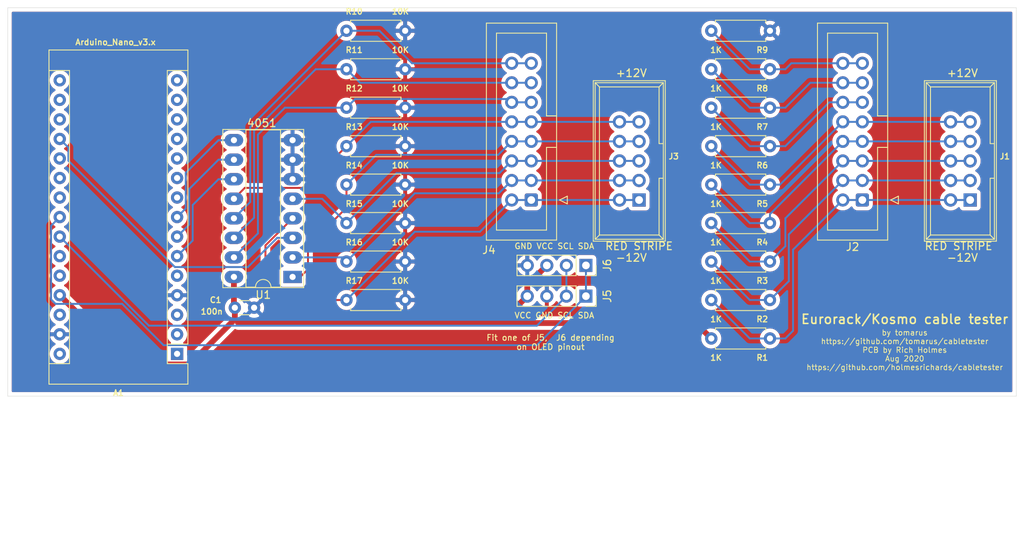
<source format=kicad_pcb>
(kicad_pcb (version 20171130) (host pcbnew 5.1.6-c6e7f7d~86~ubuntu18.04.1)
  (layers (0 F.Cu signal) (31 B.Cu signal) (34 B.Paste user) (35 F.Paste user) (36 B.SilkS user) (37 F.SilkS user) (38 B.Mask user) (39 F.Mask user) (44 Edge.Cuts user))
  (net 0 "")
  (net 1 "Net-(A1-Pad1)")
  (net 2 "Net-(A1-Pad17)")
  (net 3 "Net-(A1-Pad2)")
  (net 4 "Net-(A1-Pad18)")
  (net 5 "Net-(A1-Pad3)")
  (net 6 "Net-(A1-Pad19)")
  (net 7 GND)
  (net 8 "Net-(A1-Pad20)")
  (net 9 "Net-(A1-Pad5)")
  (net 10 "Net-(A1-Pad21)")
  (net 11 "Net-(A1-Pad22)")
  (net 12 A4)
  (net 13 A5)
  (net 14 "Net-(A1-Pad9)")
  (net 15 "Net-(A1-Pad25)")
  (net 16 "Net-(A1-Pad10)")
  (net 17 "Net-(A1-Pad26)")
  (net 18 "Net-(A1-Pad11)")
  (net 19 +5V)
  (net 20 "Net-(A1-Pad12)")
  (net 21 "Net-(A1-Pad28)")
  (net 22 "Net-(A1-Pad13)")
  (net 23 "Net-(A1-Pad14)")
  (net 24 "Net-(A1-Pad30)")
  (net 25 "Net-(A1-Pad15)")
  (net 26 "Net-(A1-Pad16)")
  (net 27 "Net-(J1-Pad10)")
  (net 28 "Net-(J1-Pad7)")
  (net 29 "Net-(J1-Pad5)")
  (net 30 "Net-(J1-Pad3)")
  (net 31 "Net-(J1-Pad1)")
  (net 32 "Net-(J2-Pad15)")
  (net 33 "Net-(J2-Pad13)")
  (net 34 "Net-(J2-Pad11)")
  (net 35 "Net-(J3-Pad10)")
  (net 36 "Net-(J3-Pad7)")
  (net 37 "Net-(J3-Pad5)")
  (net 38 "Net-(J3-Pad3)")
  (net 39 "Net-(J3-Pad1)")
  (net 40 "Net-(J4-Pad15)")
  (net 41 "Net-(J4-Pad13)")
  (net 42 "Net-(J4-Pad11)")
  (net 43 S0)
  (net 44 S1)
  (net 45 S2)
  (module Connector_PinSocket_2.54mm:PinSocket_1x04_P2.54mm_Vertical (layer F.Cu) (at 137.1 67.5 270)
    (fp_text reference J6 (at 0 -2.77 90) (layer F.SilkS))
    (fp_text value OLED)
    (pad 4 thru_hole oval (at 0 7.62 270) (size 1.7 1.7) (drill 1) (layers *.Cu *.Mask) (net 7 GND))
    (pad 3 thru_hole oval (at 0 5.08 270) (size 1.7 1.7) (drill 1) (layers *.Cu *.Mask) (net 19 +5V))
    (pad 2 thru_hole oval (at 0 2.54 270) (size 1.7 1.7) (drill 1) (layers *.Cu *.Mask) (net 13 A5))
    (pad 1 thru_hole rect (at 0 0 270) (size 1.7 1.7) (drill 1) (layers *.Cu *.Mask) (net 12 A4))
  )
  (module ao_tht:DIP-16_W7.62mm_Socket_LongPads (layer F.Cu) (at 99 69 180)
    (fp_text reference U1 (at 3.81 -2.33) (layer F.SilkS))
    (fp_text value 4051)
    (fp_text user %V (at 4 20) (layer F.SilkS))
    (pad 16 thru_hole oval (at 7.62 0 180) (size 2.4 1.6) (drill 0.8) (layers *.Cu *.Mask) (net 19 +5V))
    (pad 8 thru_hole oval (at 0 17.78 180) (size 2.4 1.6) (drill 0.8) (layers *.Cu *.Mask) (net 7 GND))
    (pad 15 thru_hole oval (at 7.62 2.54 180) (size 2.4 1.6) (drill 0.8) (layers *.Cu *.Mask) (net 42 "Net-(J4-Pad11)"))
    (pad 7 thru_hole oval (at 0 15.24 180) (size 2.4 1.6) (drill 0.8) (layers *.Cu *.Mask) (net 7 GND))
    (pad 14 thru_hole oval (at 7.62 5.08 180) (size 2.4 1.6) (drill 0.8) (layers *.Cu *.Mask) (net 41 "Net-(J4-Pad13)"))
    (pad 6 thru_hole oval (at 0 12.7 180) (size 2.4 1.6) (drill 0.8) (layers *.Cu *.Mask) (net 7 GND))
    (pad 13 thru_hole oval (at 7.62 7.62 180) (size 2.4 1.6) (drill 0.8) (layers *.Cu *.Mask) (net 40 "Net-(J4-Pad15)"))
    (pad 5 thru_hole oval (at 0 10.16 180) (size 2.4 1.6) (drill 0.8) (layers *.Cu *.Mask) (net 37 "Net-(J3-Pad5)"))
    (pad 12 thru_hole oval (at 7.62 10.16 180) (size 2.4 1.6) (drill 0.8) (layers *.Cu *.Mask) (net 35 "Net-(J3-Pad10)"))
    (pad 4 thru_hole oval (at 0 7.62 180) (size 2.4 1.6) (drill 0.8) (layers *.Cu *.Mask) (net 39 "Net-(J3-Pad1)"))
    (pad 11 thru_hole oval (at 7.62 12.7 180) (size 2.4 1.6) (drill 0.8) (layers *.Cu *.Mask) (net 43 S0))
    (pad 3 thru_hole oval (at 0 5.08 180) (size 2.4 1.6) (drill 0.8) (layers *.Cu *.Mask) (net 6 "Net-(A1-Pad19)"))
    (pad 10 thru_hole oval (at 7.62 15.24 180) (size 2.4 1.6) (drill 0.8) (layers *.Cu *.Mask) (net 44 S1))
    (pad 2 thru_hole oval (at 0 2.54 180) (size 2.4 1.6) (drill 0.8) (layers *.Cu *.Mask) (net 38 "Net-(J3-Pad3)"))
    (pad 9 thru_hole oval (at 7.62 17.78 180) (size 2.4 1.6) (drill 0.8) (layers *.Cu *.Mask) (net 45 S2))
    (pad 1 thru_hole rect (at 0 0 180) (size 2.4 1.6) (drill 0.8) (layers *.Cu *.Mask) (net 36 "Net-(J3-Pad7)"))
  )
  (module ao_tht:R_Axial_DIN0207_L6.3mm_D2.5mm_P7.62mm_Horizontal (layer F.Cu) (at 106 72)
    (fp_text reference R17 (at 1 -2.5) (layer F.SilkS) (effects (font (size 0.75 0.75))))
    (fp_text value 10K (at 7 -2.5) (layer F.SilkS) (effects (font (size 0.75 0.75))))
    (pad 2 thru_hole oval (at 7.62 0) (size 1.6 1.6) (drill 0.8) (layers *.Cu *.Mask) (net 7 GND))
    (pad 1 thru_hole circle (at 0 0) (size 1.6 1.6) (drill 0.8) (layers *.Cu *.Mask) (net 39 "Net-(J3-Pad1)"))
  )
  (module ao_tht:R_Axial_DIN0207_L6.3mm_D2.5mm_P7.62mm_Horizontal (layer F.Cu) (at 106 67)
    (fp_text reference R16 (at 1 -2.5) (layer F.SilkS) (effects (font (size 0.75 0.75))))
    (fp_text value 10K (at 7 -2.5) (layer F.SilkS) (effects (font (size 0.75 0.75))))
    (pad 2 thru_hole oval (at 7.62 0) (size 1.6 1.6) (drill 0.8) (layers *.Cu *.Mask) (net 7 GND))
    (pad 1 thru_hole circle (at 0 0) (size 1.6 1.6) (drill 0.8) (layers *.Cu *.Mask) (net 38 "Net-(J3-Pad3)"))
  )
  (module ao_tht:R_Axial_DIN0207_L6.3mm_D2.5mm_P7.62mm_Horizontal (layer F.Cu) (at 106 62)
    (fp_text reference R15 (at 1 -2.5) (layer F.SilkS) (effects (font (size 0.75 0.75))))
    (fp_text value 10K (at 7 -2.5) (layer F.SilkS) (effects (font (size 0.75 0.75))))
    (pad 2 thru_hole oval (at 7.62 0) (size 1.6 1.6) (drill 0.8) (layers *.Cu *.Mask) (net 7 GND))
    (pad 1 thru_hole circle (at 0 0) (size 1.6 1.6) (drill 0.8) (layers *.Cu *.Mask) (net 37 "Net-(J3-Pad5)"))
  )
  (module ao_tht:R_Axial_DIN0207_L6.3mm_D2.5mm_P7.62mm_Horizontal (layer F.Cu) (at 106 57)
    (fp_text reference R14 (at 1 -2.5) (layer F.SilkS) (effects (font (size 0.75 0.75))))
    (fp_text value 10K (at 7 -2.5) (layer F.SilkS) (effects (font (size 0.75 0.75))))
    (pad 2 thru_hole oval (at 7.62 0) (size 1.6 1.6) (drill 0.8) (layers *.Cu *.Mask) (net 7 GND))
    (pad 1 thru_hole circle (at 0 0) (size 1.6 1.6) (drill 0.8) (layers *.Cu *.Mask) (net 36 "Net-(J3-Pad7)"))
  )
  (module ao_tht:R_Axial_DIN0207_L6.3mm_D2.5mm_P7.62mm_Horizontal (layer F.Cu) (at 106 52)
    (fp_text reference R13 (at 1 -2.5) (layer F.SilkS) (effects (font (size 0.75 0.75))))
    (fp_text value 10K (at 7 -2.5) (layer F.SilkS) (effects (font (size 0.75 0.75))))
    (pad 2 thru_hole oval (at 7.62 0) (size 1.6 1.6) (drill 0.8) (layers *.Cu *.Mask) (net 7 GND))
    (pad 1 thru_hole circle (at 0 0) (size 1.6 1.6) (drill 0.8) (layers *.Cu *.Mask) (net 35 "Net-(J3-Pad10)"))
  )
  (module ao_tht:R_Axial_DIN0207_L6.3mm_D2.5mm_P7.62mm_Horizontal (layer F.Cu) (at 106 47)
    (fp_text reference R12 (at 1 -2.5) (layer F.SilkS) (effects (font (size 0.75 0.75))))
    (fp_text value 10K (at 7 -2.5) (layer F.SilkS) (effects (font (size 0.75 0.75))))
    (pad 2 thru_hole oval (at 7.62 0) (size 1.6 1.6) (drill 0.8) (layers *.Cu *.Mask) (net 7 GND))
    (pad 1 thru_hole circle (at 0 0) (size 1.6 1.6) (drill 0.8) (layers *.Cu *.Mask) (net 42 "Net-(J4-Pad11)"))
  )
  (module ao_tht:R_Axial_DIN0207_L6.3mm_D2.5mm_P7.62mm_Horizontal (layer F.Cu) (at 106 42)
    (fp_text reference R11 (at 1 -2.5) (layer F.SilkS) (effects (font (size 0.75 0.75))))
    (fp_text value 10K (at 7 -2.5) (layer F.SilkS) (effects (font (size 0.75 0.75))))
    (pad 2 thru_hole oval (at 7.62 0) (size 1.6 1.6) (drill 0.8) (layers *.Cu *.Mask) (net 7 GND))
    (pad 1 thru_hole circle (at 0 0) (size 1.6 1.6) (drill 0.8) (layers *.Cu *.Mask) (net 41 "Net-(J4-Pad13)"))
  )
  (module ao_tht:R_Axial_DIN0207_L6.3mm_D2.5mm_P7.62mm_Horizontal (layer F.Cu) (at 106 37)
    (fp_text reference R10 (at 1 -2.5) (layer F.SilkS) (effects (font (size 0.75 0.75))))
    (fp_text value 10K (at 7 -2.5) (layer F.SilkS) (effects (font (size 0.75 0.75))))
    (pad 2 thru_hole oval (at 7.62 0) (size 1.6 1.6) (drill 0.8) (layers *.Cu *.Mask) (net 7 GND))
    (pad 1 thru_hole circle (at 0 0) (size 1.6 1.6) (drill 0.8) (layers *.Cu *.Mask) (net 40 "Net-(J4-Pad15)"))
  )
  (module ao_tht:R_Axial_DIN0207_L6.3mm_D2.5mm_P7.62mm_Horizontal (layer F.Cu) (at 161 37 180)
    (fp_text reference R9 (at 1 -2.5) (layer F.SilkS) (effects (font (size 0.75 0.75))))
    (fp_text value 1K (at 7 -2.5) (layer F.SilkS) (effects (font (size 0.75 0.75))))
    (pad 2 thru_hole oval (at 7.62 0 180) (size 1.6 1.6) (drill 0.8) (layers *.Cu *.Mask) (net 32 "Net-(J2-Pad15)"))
    (pad 1 thru_hole circle (at 0 0 180) (size 1.6 1.6) (drill 0.8) (layers *.Cu *.Mask) (net 7 GND))
  )
  (module ao_tht:R_Axial_DIN0207_L6.3mm_D2.5mm_P7.62mm_Horizontal (layer F.Cu) (at 161 42 180)
    (fp_text reference R8 (at 1 -2.5) (layer F.SilkS) (effects (font (size 0.75 0.75))))
    (fp_text value 1K (at 7 -2.5) (layer F.SilkS) (effects (font (size 0.75 0.75))))
    (pad 2 thru_hole oval (at 7.62 0 180) (size 1.6 1.6) (drill 0.8) (layers *.Cu *.Mask) (net 33 "Net-(J2-Pad13)"))
    (pad 1 thru_hole circle (at 0 0 180) (size 1.6 1.6) (drill 0.8) (layers *.Cu *.Mask) (net 32 "Net-(J2-Pad15)"))
  )
  (module ao_tht:R_Axial_DIN0207_L6.3mm_D2.5mm_P7.62mm_Horizontal (layer F.Cu) (at 161 47 180)
    (fp_text reference R7 (at 1 -2.5) (layer F.SilkS) (effects (font (size 0.75 0.75))))
    (fp_text value 1K (at 7 -2.5) (layer F.SilkS) (effects (font (size 0.75 0.75))))
    (pad 2 thru_hole oval (at 7.62 0 180) (size 1.6 1.6) (drill 0.8) (layers *.Cu *.Mask) (net 34 "Net-(J2-Pad11)"))
    (pad 1 thru_hole circle (at 0 0 180) (size 1.6 1.6) (drill 0.8) (layers *.Cu *.Mask) (net 33 "Net-(J2-Pad13)"))
  )
  (module ao_tht:R_Axial_DIN0207_L6.3mm_D2.5mm_P7.62mm_Horizontal (layer F.Cu) (at 161 52 180)
    (fp_text reference R6 (at 1 -2.5) (layer F.SilkS) (effects (font (size 0.75 0.75))))
    (fp_text value 1K (at 7 -2.5) (layer F.SilkS) (effects (font (size 0.75 0.75))))
    (pad 2 thru_hole oval (at 7.62 0 180) (size 1.6 1.6) (drill 0.8) (layers *.Cu *.Mask) (net 27 "Net-(J1-Pad10)"))
    (pad 1 thru_hole circle (at 0 0 180) (size 1.6 1.6) (drill 0.8) (layers *.Cu *.Mask) (net 34 "Net-(J2-Pad11)"))
  )
  (module ao_tht:R_Axial_DIN0207_L6.3mm_D2.5mm_P7.62mm_Horizontal (layer F.Cu) (at 161 57 180)
    (fp_text reference R5 (at 1 -2.5) (layer F.SilkS) (effects (font (size 0.75 0.75))))
    (fp_text value 1K (at 7 -2.5) (layer F.SilkS) (effects (font (size 0.75 0.75))))
    (pad 2 thru_hole oval (at 7.62 0 180) (size 1.6 1.6) (drill 0.8) (layers *.Cu *.Mask) (net 28 "Net-(J1-Pad7)"))
    (pad 1 thru_hole circle (at 0 0 180) (size 1.6 1.6) (drill 0.8) (layers *.Cu *.Mask) (net 27 "Net-(J1-Pad10)"))
  )
  (module ao_tht:R_Axial_DIN0207_L6.3mm_D2.5mm_P7.62mm_Horizontal (layer F.Cu) (at 161 62 180)
    (fp_text reference R4 (at 1 -2.5) (layer F.SilkS) (effects (font (size 0.75 0.75))))
    (fp_text value 1K (at 7 -2.5) (layer F.SilkS) (effects (font (size 0.75 0.75))))
    (pad 2 thru_hole oval (at 7.62 0 180) (size 1.6 1.6) (drill 0.8) (layers *.Cu *.Mask) (net 29 "Net-(J1-Pad5)"))
    (pad 1 thru_hole circle (at 0 0 180) (size 1.6 1.6) (drill 0.8) (layers *.Cu *.Mask) (net 28 "Net-(J1-Pad7)"))
  )
  (module ao_tht:R_Axial_DIN0207_L6.3mm_D2.5mm_P7.62mm_Horizontal (layer F.Cu) (at 161 67 180)
    (fp_text reference R3 (at 1 -2.5) (layer F.SilkS) (effects (font (size 0.75 0.75))))
    (fp_text value 1K (at 7 -2.5) (layer F.SilkS) (effects (font (size 0.75 0.75))))
    (pad 2 thru_hole oval (at 7.62 0 180) (size 1.6 1.6) (drill 0.8) (layers *.Cu *.Mask) (net 30 "Net-(J1-Pad3)"))
    (pad 1 thru_hole circle (at 0 0 180) (size 1.6 1.6) (drill 0.8) (layers *.Cu *.Mask) (net 29 "Net-(J1-Pad5)"))
  )
  (module ao_tht:R_Axial_DIN0207_L6.3mm_D2.5mm_P7.62mm_Horizontal (layer F.Cu) (at 161 72 180)
    (fp_text reference R2 (at 1 -2.5) (layer F.SilkS) (effects (font (size 0.75 0.75))))
    (fp_text value 1K (at 7 -2.5) (layer F.SilkS) (effects (font (size 0.75 0.75))))
    (pad 2 thru_hole oval (at 7.62 0 180) (size 1.6 1.6) (drill 0.8) (layers *.Cu *.Mask) (net 31 "Net-(J1-Pad1)"))
    (pad 1 thru_hole circle (at 0 0 180) (size 1.6 1.6) (drill 0.8) (layers *.Cu *.Mask) (net 30 "Net-(J1-Pad3)"))
  )
  (module ao_tht:R_Axial_DIN0207_L6.3mm_D2.5mm_P7.62mm_Horizontal (layer F.Cu) (at 161 77 180)
    (fp_text reference R1 (at 1 -2.5) (layer F.SilkS) (effects (font (size 0.75 0.75))))
    (fp_text value 1K (at 7 -2.5) (layer F.SilkS) (effects (font (size 0.75 0.75))))
    (pad 2 thru_hole oval (at 7.62 0 180) (size 1.6 1.6) (drill 0.8) (layers *.Cu *.Mask) (net 19 +5V))
    (pad 1 thru_hole circle (at 0 0 180) (size 1.6 1.6) (drill 0.8) (layers *.Cu *.Mask) (net 31 "Net-(J1-Pad1)"))
  )
  (module Connector_PinSocket_2.54mm:PinSocket_1x04_P2.54mm_Vertical (layer F.Cu) (at 137.1 71.5 270)
    (fp_text reference J5 (at 0 -2.77 90) (layer F.SilkS))
    (fp_text value OLED)
    (pad 4 thru_hole oval (at 0 7.62 270) (size 1.7 1.7) (drill 1) (layers *.Cu *.Mask) (net 19 +5V))
    (pad 3 thru_hole oval (at 0 5.08 270) (size 1.7 1.7) (drill 1) (layers *.Cu *.Mask) (net 7 GND))
    (pad 2 thru_hole oval (at 0 2.54 270) (size 1.7 1.7) (drill 1) (layers *.Cu *.Mask) (net 13 A5))
    (pad 1 thru_hole rect (at 0 0 270) (size 1.7 1.7) (drill 1) (layers *.Cu *.Mask) (net 12 A4))
  )
  (module Connector_IDC:IDC-Header_2x08_P2.54mm_Vertical (layer F.Cu) (at 130 59 180)
    (fp_text reference J4 (at 5.5 -6.5) (layer F.SilkS))
    (fp_text value "IDC 2x8")
    (pad 16 thru_hole circle (at 2.54 17.78 180) (size 1.7 1.7) (drill 1) (layers *.Cu *.Mask) (net 40 "Net-(J4-Pad15)"))
    (pad 14 thru_hole circle (at 2.54 15.24 180) (size 1.7 1.7) (drill 1) (layers *.Cu *.Mask) (net 41 "Net-(J4-Pad13)"))
    (pad 12 thru_hole circle (at 2.54 12.7 180) (size 1.7 1.7) (drill 1) (layers *.Cu *.Mask) (net 42 "Net-(J4-Pad11)"))
    (pad 10 thru_hole circle (at 2.54 10.16 180) (size 1.7 1.7) (drill 1) (layers *.Cu *.Mask) (net 35 "Net-(J3-Pad10)"))
    (pad 8 thru_hole circle (at 2.54 7.62 180) (size 1.7 1.7) (drill 1) (layers *.Cu *.Mask) (net 36 "Net-(J3-Pad7)"))
    (pad 6 thru_hole circle (at 2.54 5.08 180) (size 1.7 1.7) (drill 1) (layers *.Cu *.Mask) (net 37 "Net-(J3-Pad5)"))
    (pad 4 thru_hole circle (at 2.54 2.54 180) (size 1.7 1.7) (drill 1) (layers *.Cu *.Mask) (net 38 "Net-(J3-Pad3)"))
    (pad 2 thru_hole circle (at 2.54 0 180) (size 1.7 1.7) (drill 1) (layers *.Cu *.Mask) (net 39 "Net-(J3-Pad1)"))
    (pad 15 thru_hole circle (at 0 17.78 180) (size 1.7 1.7) (drill 1) (layers *.Cu *.Mask) (net 40 "Net-(J4-Pad15)"))
    (pad 13 thru_hole circle (at 0 15.24 180) (size 1.7 1.7) (drill 1) (layers *.Cu *.Mask) (net 41 "Net-(J4-Pad13)"))
    (pad 11 thru_hole circle (at 0 12.7 180) (size 1.7 1.7) (drill 1) (layers *.Cu *.Mask) (net 42 "Net-(J4-Pad11)"))
    (pad 9 thru_hole circle (at 0 10.16 180) (size 1.7 1.7) (drill 1) (layers *.Cu *.Mask) (net 35 "Net-(J3-Pad10)"))
    (pad 7 thru_hole circle (at 0 7.62 180) (size 1.7 1.7) (drill 1) (layers *.Cu *.Mask) (net 36 "Net-(J3-Pad7)"))
    (pad 5 thru_hole circle (at 0 5.08 180) (size 1.7 1.7) (drill 1) (layers *.Cu *.Mask) (net 37 "Net-(J3-Pad5)"))
    (pad 3 thru_hole circle (at 0 2.54 180) (size 1.7 1.7) (drill 1) (layers *.Cu *.Mask) (net 38 "Net-(J3-Pad3)"))
    (pad 1 thru_hole roundrect (at 0 0 180) (size 1.7 1.7) (drill 1) (layers *.Cu *.Mask) (roundrect_rratio 0.147059) (net 39 "Net-(J3-Pad1)"))
  )
  (module ao_tht:Power_Header (layer F.Cu) (at 144 59 180)
    (fp_text reference J3 (at -4.5 5.67) (layer F.SilkS) (effects (font (size 0.75 0.75))))
    (fp_text value "IDC 2x5")
    (fp_text user "RED STRIPE" (at 0 -6) (layer F.SilkS))
    (fp_text user -12V (at 1 -7.5) (layer F.SilkS))
    (fp_text user +12V (at 1 16.5) (layer F.SilkS))
    (pad 10 thru_hole oval (at 2.54 10.16 180) (size 1.7272 1.7272) (drill 1.016) (layers *.Cu *.Mask) (net 35 "Net-(J3-Pad10)"))
    (pad 9 thru_hole oval (at 0 10.16 180) (size 1.7272 1.7272) (drill 1.016) (layers *.Cu *.Mask) (net 35 "Net-(J3-Pad10)"))
    (pad 8 thru_hole oval (at 2.54 7.62 180) (size 1.7272 1.7272) (drill 1.016) (layers *.Cu *.Mask) (net 36 "Net-(J3-Pad7)"))
    (pad 7 thru_hole oval (at 0 7.62 180) (size 1.7272 1.7272) (drill 1.016) (layers *.Cu *.Mask) (net 36 "Net-(J3-Pad7)"))
    (pad 6 thru_hole oval (at 2.54 5.08 180) (size 1.7272 1.7272) (drill 1.016) (layers *.Cu *.Mask) (net 37 "Net-(J3-Pad5)"))
    (pad 5 thru_hole oval (at 0 5.08 180) (size 1.7272 1.7272) (drill 1.016) (layers *.Cu *.Mask) (net 37 "Net-(J3-Pad5)"))
    (pad 4 thru_hole oval (at 2.54 2.54 180) (size 1.7272 1.7272) (drill 1.016) (layers *.Cu *.Mask) (net 38 "Net-(J3-Pad3)"))
    (pad 3 thru_hole oval (at 0 2.54 180) (size 1.7272 1.7272) (drill 1.016) (layers *.Cu *.Mask) (net 38 "Net-(J3-Pad3)"))
    (pad 2 thru_hole oval (at 2.54 0 180) (size 1.7272 1.7272) (drill 1.016) (layers *.Cu *.Mask) (net 39 "Net-(J3-Pad1)"))
    (pad 1 thru_hole rect (at 0 0 180) (size 1.7272 1.7272) (drill 1.016) (layers *.Cu *.Mask) (net 39 "Net-(J3-Pad1)"))
  )
  (module Connector_IDC:IDC-Header_2x08_P2.54mm_Vertical (layer F.Cu) (at 173 59 180)
    (fp_text reference J2 (at 1.27 -6.1) (layer F.SilkS))
    (fp_text value "IDC 2x8")
    (pad 16 thru_hole circle (at 2.54 17.78 180) (size 1.7 1.7) (drill 1) (layers *.Cu *.Mask) (net 32 "Net-(J2-Pad15)"))
    (pad 14 thru_hole circle (at 2.54 15.24 180) (size 1.7 1.7) (drill 1) (layers *.Cu *.Mask) (net 33 "Net-(J2-Pad13)"))
    (pad 12 thru_hole circle (at 2.54 12.7 180) (size 1.7 1.7) (drill 1) (layers *.Cu *.Mask) (net 34 "Net-(J2-Pad11)"))
    (pad 10 thru_hole circle (at 2.54 10.16 180) (size 1.7 1.7) (drill 1) (layers *.Cu *.Mask) (net 27 "Net-(J1-Pad10)"))
    (pad 8 thru_hole circle (at 2.54 7.62 180) (size 1.7 1.7) (drill 1) (layers *.Cu *.Mask) (net 28 "Net-(J1-Pad7)"))
    (pad 6 thru_hole circle (at 2.54 5.08 180) (size 1.7 1.7) (drill 1) (layers *.Cu *.Mask) (net 29 "Net-(J1-Pad5)"))
    (pad 4 thru_hole circle (at 2.54 2.54 180) (size 1.7 1.7) (drill 1) (layers *.Cu *.Mask) (net 30 "Net-(J1-Pad3)"))
    (pad 2 thru_hole circle (at 2.54 0 180) (size 1.7 1.7) (drill 1) (layers *.Cu *.Mask) (net 31 "Net-(J1-Pad1)"))
    (pad 15 thru_hole circle (at 0 17.78 180) (size 1.7 1.7) (drill 1) (layers *.Cu *.Mask) (net 32 "Net-(J2-Pad15)"))
    (pad 13 thru_hole circle (at 0 15.24 180) (size 1.7 1.7) (drill 1) (layers *.Cu *.Mask) (net 33 "Net-(J2-Pad13)"))
    (pad 11 thru_hole circle (at 0 12.7 180) (size 1.7 1.7) (drill 1) (layers *.Cu *.Mask) (net 34 "Net-(J2-Pad11)"))
    (pad 9 thru_hole circle (at 0 10.16 180) (size 1.7 1.7) (drill 1) (layers *.Cu *.Mask) (net 27 "Net-(J1-Pad10)"))
    (pad 7 thru_hole circle (at 0 7.62 180) (size 1.7 1.7) (drill 1) (layers *.Cu *.Mask) (net 28 "Net-(J1-Pad7)"))
    (pad 5 thru_hole circle (at 0 5.08 180) (size 1.7 1.7) (drill 1) (layers *.Cu *.Mask) (net 29 "Net-(J1-Pad5)"))
    (pad 3 thru_hole circle (at 0 2.54 180) (size 1.7 1.7) (drill 1) (layers *.Cu *.Mask) (net 30 "Net-(J1-Pad3)"))
    (pad 1 thru_hole roundrect (at 0 0 180) (size 1.7 1.7) (drill 1) (layers *.Cu *.Mask) (roundrect_rratio 0.147059) (net 31 "Net-(J1-Pad1)"))
  )
  (module ao_tht:Power_Header (layer F.Cu) (at 187 59 180)
    (fp_text reference J1 (at -4.5 5.67) (layer F.SilkS) (effects (font (size 0.75 0.75))))
    (fp_text value "IDC 2x5")
    (fp_text user "RED STRIPE" (at 1.5 -6) (layer F.SilkS))
    (fp_text user -12V (at 1 -7.5) (layer F.SilkS))
    (fp_text user +12V (at 1 16.5) (layer F.SilkS))
    (pad 10 thru_hole oval (at 2.54 10.16 180) (size 1.7272 1.7272) (drill 1.016) (layers *.Cu *.Mask) (net 27 "Net-(J1-Pad10)"))
    (pad 9 thru_hole oval (at 0 10.16 180) (size 1.7272 1.7272) (drill 1.016) (layers *.Cu *.Mask) (net 27 "Net-(J1-Pad10)"))
    (pad 8 thru_hole oval (at 2.54 7.62 180) (size 1.7272 1.7272) (drill 1.016) (layers *.Cu *.Mask) (net 28 "Net-(J1-Pad7)"))
    (pad 7 thru_hole oval (at 0 7.62 180) (size 1.7272 1.7272) (drill 1.016) (layers *.Cu *.Mask) (net 28 "Net-(J1-Pad7)"))
    (pad 6 thru_hole oval (at 2.54 5.08 180) (size 1.7272 1.7272) (drill 1.016) (layers *.Cu *.Mask) (net 29 "Net-(J1-Pad5)"))
    (pad 5 thru_hole oval (at 0 5.08 180) (size 1.7272 1.7272) (drill 1.016) (layers *.Cu *.Mask) (net 29 "Net-(J1-Pad5)"))
    (pad 4 thru_hole oval (at 2.54 2.54 180) (size 1.7272 1.7272) (drill 1.016) (layers *.Cu *.Mask) (net 30 "Net-(J1-Pad3)"))
    (pad 3 thru_hole oval (at 0 2.54 180) (size 1.7272 1.7272) (drill 1.016) (layers *.Cu *.Mask) (net 30 "Net-(J1-Pad3)"))
    (pad 2 thru_hole oval (at 2.54 0 180) (size 1.7272 1.7272) (drill 1.016) (layers *.Cu *.Mask) (net 31 "Net-(J1-Pad1)"))
    (pad 1 thru_hole rect (at 0 0 180) (size 1.7272 1.7272) (drill 1.016) (layers *.Cu *.Mask) (net 31 "Net-(J1-Pad1)"))
  )
  (module ao_tht:C_Disc_D3.0mm_W1.6mm_P2.50mm (layer F.Cu) (at 91.5 73)
    (fp_text reference C1 (at -2.5 -1) (layer F.SilkS) (effects (font (size 0.75 0.75))))
    (fp_text value 100n)
    (fp_text user %V (at -3 0.5) (layer F.SilkS) (effects (font (size 0.75 0.75))))
    (pad 2 thru_hole circle (at 2.5 0) (size 1.6 1.6) (drill 0.8) (layers *.Cu *.Mask) (net 7 GND))
    (pad 1 thru_hole circle (at 0 0) (size 1.6 1.6) (drill 0.8) (layers *.Cu *.Mask) (net 19 +5V))
  )
  (module ao_tht:Arduino_Nano (layer F.Cu) (at 84 79 180)
    (fp_text reference A1 (at 7.62 -5.08) (layer F.SilkS) (effects (font (size 0.75 0.75))))
    (fp_text value Arduino_Nano_v3.x)
    (fp_text user %V (at 8 40.513) (layer F.SilkS) (effects (font (size 0.75 0.75))))
    (pad 1 thru_hole rect (at 0 0 180) (size 1.6 1.6) (drill 0.8) (layers *.Cu *.Mask) (net 1 "Net-(A1-Pad1)"))
    (pad 17 thru_hole oval (at 15.24 33.02 180) (size 1.6 1.6) (drill 0.8) (layers *.Cu *.Mask) (net 2 "Net-(A1-Pad17)"))
    (pad 2 thru_hole oval (at 0 2.54 180) (size 1.6 1.6) (drill 0.8) (layers *.Cu *.Mask) (net 3 "Net-(A1-Pad2)"))
    (pad 18 thru_hole oval (at 15.24 30.48 180) (size 1.6 1.6) (drill 0.8) (layers *.Cu *.Mask) (net 4 "Net-(A1-Pad18)"))
    (pad 3 thru_hole oval (at 0 5.08 180) (size 1.6 1.6) (drill 0.8) (layers *.Cu *.Mask) (net 5 "Net-(A1-Pad3)"))
    (pad 19 thru_hole oval (at 15.24 27.94 180) (size 1.6 1.6) (drill 0.8) (layers *.Cu *.Mask) (net 6 "Net-(A1-Pad19)"))
    (pad 4 thru_hole oval (at 0 7.62 180) (size 1.6 1.6) (drill 0.8) (layers *.Cu *.Mask) (net 7 GND))
    (pad 20 thru_hole oval (at 15.24 25.4 180) (size 1.6 1.6) (drill 0.8) (layers *.Cu *.Mask) (net 8 "Net-(A1-Pad20)"))
    (pad 5 thru_hole oval (at 0 10.16 180) (size 1.6 1.6) (drill 0.8) (layers *.Cu *.Mask) (net 9 "Net-(A1-Pad5)"))
    (pad 21 thru_hole oval (at 15.24 22.86 180) (size 1.6 1.6) (drill 0.8) (layers *.Cu *.Mask) (net 10 "Net-(A1-Pad21)"))
    (pad 6 thru_hole oval (at 0 12.7 180) (size 1.6 1.6) (drill 0.8) (layers *.Cu *.Mask) (net 43 S0))
    (pad 22 thru_hole oval (at 15.24 20.32 180) (size 1.6 1.6) (drill 0.8) (layers *.Cu *.Mask) (net 11 "Net-(A1-Pad22)"))
    (pad 7 thru_hole oval (at 0 15.24 180) (size 1.6 1.6) (drill 0.8) (layers *.Cu *.Mask) (net 44 S1))
    (pad 23 thru_hole oval (at 15.24 17.78 180) (size 1.6 1.6) (drill 0.8) (layers *.Cu *.Mask) (net 12 A4))
    (pad 8 thru_hole oval (at 0 17.78 180) (size 1.6 1.6) (drill 0.8) (layers *.Cu *.Mask) (net 45 S2))
    (pad 24 thru_hole oval (at 15.24 15.24 180) (size 1.6 1.6) (drill 0.8) (layers *.Cu *.Mask) (net 13 A5))
    (pad 9 thru_hole oval (at 0 20.32 180) (size 1.6 1.6) (drill 0.8) (layers *.Cu *.Mask) (net 14 "Net-(A1-Pad9)"))
    (pad 25 thru_hole oval (at 15.24 12.7 180) (size 1.6 1.6) (drill 0.8) (layers *.Cu *.Mask) (net 15 "Net-(A1-Pad25)"))
    (pad 10 thru_hole oval (at 0 22.86 180) (size 1.6 1.6) (drill 0.8) (layers *.Cu *.Mask) (net 16 "Net-(A1-Pad10)"))
    (pad 26 thru_hole oval (at 15.24 10.16 180) (size 1.6 1.6) (drill 0.8) (layers *.Cu *.Mask) (net 17 "Net-(A1-Pad26)"))
    (pad 11 thru_hole oval (at 0 25.4 180) (size 1.6 1.6) (drill 0.8) (layers *.Cu *.Mask) (net 18 "Net-(A1-Pad11)"))
    (pad 27 thru_hole oval (at 15.24 7.62 180) (size 1.6 1.6) (drill 0.8) (layers *.Cu *.Mask) (net 19 +5V))
    (pad 12 thru_hole oval (at 0 27.94 180) (size 1.6 1.6) (drill 0.8) (layers *.Cu *.Mask) (net 20 "Net-(A1-Pad12)"))
    (pad 28 thru_hole oval (at 15.24 5.08 180) (size 1.6 1.6) (drill 0.8) (layers *.Cu *.Mask) (net 21 "Net-(A1-Pad28)"))
    (pad 13 thru_hole oval (at 0 30.48 180) (size 1.6 1.6) (drill 0.8) (layers *.Cu *.Mask) (net 22 "Net-(A1-Pad13)"))
    (pad 29 thru_hole oval (at 15.24 2.54 180) (size 1.6 1.6) (drill 0.8) (layers *.Cu *.Mask) (net 7 GND))
    (pad 14 thru_hole oval (at 0 33.02 180) (size 1.6 1.6) (drill 0.8) (layers *.Cu *.Mask) (net 23 "Net-(A1-Pad14)"))
    (pad 30 thru_hole oval (at 15.24 0 180) (size 1.6 1.6) (drill 0.8) (layers *.Cu *.Mask) (net 24 "Net-(A1-Pad30)"))
    (pad 15 thru_hole oval (at 0 35.56 180) (size 1.6 1.6) (drill 0.8) (layers *.Cu *.Mask) (net 25 "Net-(A1-Pad15)"))
    (pad 16 thru_hole oval (at 15.24 35.56 180) (size 1.6 1.6) (drill 0.8) (layers *.Cu *.Mask) (net 26 "Net-(A1-Pad16)"))
  )
  (gr_text "Fit one of J5,  J6 depending\non OLED pinout" (at 132.5 77.5) (layer F.SilkS) (effects (font (size 0.75 0.75) (thickness 0.125))))
  (gr_text "GND VCC SCL SDA" (at 133 65) (layer F.SilkS) (effects (font (size 0.75 0.75) (thickness 0.125))))
  (gr_text "VCC GND SCL SDA" (at 133 74) (layer F.SilkS) (effects (font (size 0.75 0.75) (thickness 0.125))))
  (gr_text "by tomarus\nhttps://github.com/tomarus/cabletester\nPCB by Rich Holmes\nAug 2020\nhttps://github.com/holmesrichards/cabletester" (at 178.5 78.5) (layer F.SilkS) (effects (font (size 0.7 0.7) (thickness 0.1))))
  (gr_text "Eurorack/Kosmo cable tester" (at 178.5 74.5) (layer F.SilkS) (effects (font (size 1.2 1.2) (thickness 0.2))))
  (gr_line (start 62 84.5) (end 62 34) (layer Edge.Cuts) (width 0.05))
  (gr_line (start 193 84.5) (end 62 84.5) (layer Edge.Cuts) (width 0.05))
  (gr_line (start 193 34) (end 193 84.5) (layer Edge.Cuts) (width 0.05))
  (gr_line (start 62 34) (end 193 34) (layer Edge.Cuts) (width 0.05))
  (segment (start 97 63.92) (end 99 63.92) (width 0.25) (layer B.Cu) (net 6))
  (segment (start 93.205001 67.714999) (end 97 63.92) (width 0.25) (layer B.Cu) (net 6))
  (segment (start 83.714999 67.714999) (end 93.205001 67.714999) (width 0.25) (layer B.Cu) (net 6))
  (segment (start 69.885001 53.885001) (end 83.714999 67.714999) (width 0.25) (layer B.Cu) (net 6))
  (segment (start 69.885001 52.185001) (end 69.885001 53.885001) (width 0.25) (layer B.Cu) (net 6))
  (segment (start 68.76 51.06) (end 69.885001 52.185001) (width 0.25) (layer B.Cu) (net 6))
  (segment (start 130.725001 77.874999) (end 137.1 71.5) (width 0.25) (layer B.Cu) (net 12))
  (segment (start 82.238589 77.874999) (end 130.725001 77.874999) (width 0.25) (layer B.Cu) (net 12))
  (segment (start 76.868591 72.505001) (end 82.238589 77.874999) (width 0.25) (layer B.Cu) (net 12))
  (segment (start 68.219999 72.505001) (end 76.868591 72.505001) (width 0.25) (layer B.Cu) (net 12))
  (segment (start 67.634999 71.920001) (end 68.219999 72.505001) (width 0.25) (layer B.Cu) (net 12))
  (segment (start 67.634999 62.345001) (end 67.634999 71.920001) (width 0.25) (layer B.Cu) (net 12))
  (segment (start 68.76 61.22) (end 67.634999 62.345001) (width 0.25) (layer B.Cu) (net 12))
  (segment (start 137.1 71.5) (end 137.1 67.5) (width 0.25) (layer B.Cu) (net 12))
  (segment (start 130.725001 75.334999) (end 134.56 71.5) (width 0.25) (layer B.Cu) (net 13))
  (segment (start 80.334999 75.334999) (end 130.725001 75.334999) (width 0.25) (layer B.Cu) (net 13))
  (segment (start 68.76 63.76) (end 80.334999 75.334999) (width 0.25) (layer B.Cu) (net 13))
  (segment (start 134.56 71.5) (end 134.56 67.5) (width 0.25) (layer B.Cu) (net 13))
  (segment (start 91.38 72.88) (end 91.38 69) (width 0.75) (layer F.Cu) (net 19))
  (segment (start 91.5 73) (end 91.38 72.88) (width 0.75) (layer F.Cu) (net 19))
  (segment (start 91.5 74.5) (end 91.5 73) (width 0.75) (layer F.Cu) (net 19))
  (segment (start 77.755001 80.375001) (end 85.624999 80.375001) (width 0.75) (layer F.Cu) (net 19))
  (segment (start 85.624999 80.375001) (end 91.5 74.5) (width 0.75) (layer F.Cu) (net 19))
  (segment (start 68.76 71.38) (end 77.755001 80.375001) (width 0.75) (layer F.Cu) (net 19))
  (segment (start 125.98 75) (end 129.48 71.5) (width 0.75) (layer F.Cu) (net 19))
  (segment (start 92 75) (end 125.98 75) (width 0.75) (layer F.Cu) (net 19))
  (segment (start 91.5 74.5) (end 92 75) (width 0.75) (layer F.Cu) (net 19))
  (segment (start 151.38 75) (end 125.98 75) (width 0.75) (layer F.Cu) (net 19))
  (segment (start 153.38 77) (end 151.38 75) (width 0.75) (layer F.Cu) (net 19))
  (segment (start 129.48 70.04) (end 132.02 67.5) (width 0.75) (layer F.Cu) (net 19))
  (segment (start 129.48 71.5) (end 129.48 70.04) (width 0.75) (layer F.Cu) (net 19))
  (segment (start 187 48.84) (end 170.46 48.84) (width 0.25) (layer B.Cu) (net 27))
  (segment (start 161 56.3) (end 161 57) (width 0.25) (layer B.Cu) (net 27))
  (segment (start 158.38 57) (end 153.38 52) (width 0.25) (layer B.Cu) (net 27))
  (segment (start 161 57) (end 158.38 57) (width 0.25) (layer B.Cu) (net 27))
  (segment (start 162.3 57) (end 161 57) (width 0.25) (layer B.Cu) (net 27))
  (segment (start 170.46 48.84) (end 162.3 57) (width 0.25) (layer B.Cu) (net 27))
  (segment (start 187 51.38) (end 170.46 51.38) (width 0.25) (layer B.Cu) (net 28))
  (segment (start 158.38 62) (end 153.38 57) (width 0.25) (layer B.Cu) (net 28))
  (segment (start 161 62) (end 158.38 62) (width 0.25) (layer B.Cu) (net 28))
  (segment (start 161 60.84) (end 161 62) (width 0.25) (layer B.Cu) (net 28))
  (segment (start 170.46 51.38) (end 161 60.84) (width 0.25) (layer B.Cu) (net 28))
  (segment (start 187 53.92) (end 170.46 53.92) (width 0.25) (layer B.Cu) (net 29))
  (segment (start 158.38 67) (end 153.38 62) (width 0.25) (layer B.Cu) (net 29))
  (segment (start 161 67) (end 158.38 67) (width 0.25) (layer B.Cu) (net 29))
  (segment (start 163 65) (end 161 67) (width 0.25) (layer B.Cu) (net 29))
  (segment (start 163 61.38) (end 163 65) (width 0.25) (layer B.Cu) (net 29))
  (segment (start 170.46 53.92) (end 163 61.38) (width 0.25) (layer B.Cu) (net 29))
  (segment (start 187 56.46) (end 170.46 56.46) (width 0.25) (layer B.Cu) (net 30))
  (segment (start 158.38 72) (end 153.38 67) (width 0.25) (layer B.Cu) (net 30))
  (segment (start 161 72) (end 158.38 72) (width 0.25) (layer B.Cu) (net 30))
  (segment (start 163.450011 63.469989) (end 163.450011 69.549989) (width 0.25) (layer B.Cu) (net 30))
  (segment (start 170.46 56.46) (end 163.450011 63.469989) (width 0.25) (layer B.Cu) (net 30))
  (segment (start 163.450011 69.549989) (end 161.799999 71.200001) (width 0.25) (layer B.Cu) (net 30))
  (segment (start 161.799999 71.200001) (end 161 72) (width 0.25) (layer B.Cu) (net 30))
  (segment (start 187 59) (end 170.46 59) (width 0.25) (layer B.Cu) (net 31))
  (segment (start 158.38 77) (end 153.38 72) (width 0.25) (layer B.Cu) (net 31))
  (segment (start 161 77) (end 158.38 77) (width 0.25) (layer B.Cu) (net 31))
  (segment (start 163 77) (end 161 77) (width 0.25) (layer B.Cu) (net 31))
  (segment (start 164 76) (end 163 77) (width 0.25) (layer B.Cu) (net 31))
  (segment (start 164 65.46) (end 164 76) (width 0.25) (layer B.Cu) (net 31))
  (segment (start 170.46 59) (end 164 65.46) (width 0.25) (layer B.Cu) (net 31))
  (segment (start 173 41.22) (end 170.46 41.22) (width 0.25) (layer B.Cu) (net 32))
  (segment (start 158.38 42) (end 153.38 37) (width 0.25) (layer B.Cu) (net 32))
  (segment (start 161 42) (end 158.38 42) (width 0.25) (layer B.Cu) (net 32))
  (segment (start 163 42) (end 161 42) (width 0.25) (layer B.Cu) (net 32))
  (segment (start 163.78 41.22) (end 163 42) (width 0.25) (layer B.Cu) (net 32))
  (segment (start 170.46 41.22) (end 163.78 41.22) (width 0.25) (layer B.Cu) (net 32))
  (segment (start 173 43.76) (end 170.46 43.76) (width 0.25) (layer B.Cu) (net 33))
  (segment (start 158.38 47) (end 153.38 42) (width 0.25) (layer B.Cu) (net 33))
  (segment (start 161 47) (end 158.38 47) (width 0.25) (layer B.Cu) (net 33))
  (segment (start 163 47) (end 161 47) (width 0.25) (layer B.Cu) (net 33))
  (segment (start 166.24 43.76) (end 163 47) (width 0.25) (layer B.Cu) (net 33))
  (segment (start 170.46 43.76) (end 166.24 43.76) (width 0.25) (layer B.Cu) (net 33))
  (segment (start 173 46.3) (end 170.46 46.3) (width 0.25) (layer B.Cu) (net 34))
  (segment (start 158.38 52) (end 153.38 47) (width 0.25) (layer B.Cu) (net 34))
  (segment (start 161 52) (end 158.38 52) (width 0.25) (layer B.Cu) (net 34))
  (segment (start 163 52) (end 161 52) (width 0.25) (layer B.Cu) (net 34))
  (segment (start 168.7 46.3) (end 163 52) (width 0.25) (layer B.Cu) (net 34))
  (segment (start 170.46 46.3) (end 168.7 46.3) (width 0.25) (layer B.Cu) (net 34))
  (segment (start 130 48.84) (end 127.46 48.84) (width 0.25) (layer B.Cu) (net 35))
  (segment (start 109.16 48.84) (end 106 52) (width 0.25) (layer B.Cu) (net 35))
  (segment (start 127.46 48.84) (end 109.16 48.84) (width 0.25) (layer B.Cu) (net 35))
  (segment (start 130 48.84) (end 144 48.84) (width 0.25) (layer B.Cu) (net 35))
  (segment (start 100.57499 57.42501) (end 106 52) (width 0.25) (layer F.Cu) (net 35))
  (segment (start 92.79499 57.42501) (end 100.57499 57.42501) (width 0.25) (layer F.Cu) (net 35))
  (segment (start 91.38 58.84) (end 92.79499 57.42501) (width 0.25) (layer F.Cu) (net 35))
  (segment (start 144 51.38) (end 127.46 51.38) (width 0.25) (layer B.Cu) (net 36))
  (segment (start 125.714999 53.125001) (end 109.874999 53.125001) (width 0.25) (layer B.Cu) (net 36))
  (segment (start 109.874999 53.125001) (end 106 57) (width 0.25) (layer B.Cu) (net 36))
  (segment (start 127.46 51.38) (end 125.714999 53.125001) (width 0.25) (layer B.Cu) (net 36))
  (segment (start 106 60) (end 106 57) (width 0.25) (layer F.Cu) (net 36))
  (segment (start 101 65) (end 106 60) (width 0.25) (layer F.Cu) (net 36))
  (segment (start 101 68) (end 101 65) (width 0.25) (layer F.Cu) (net 36))
  (segment (start 100 69) (end 101 68) (width 0.25) (layer F.Cu) (net 36))
  (segment (start 99 69) (end 100 69) (width 0.25) (layer F.Cu) (net 36))
  (segment (start 144 53.92) (end 127.46 53.92) (width 0.25) (layer B.Cu) (net 37))
  (segment (start 112.5 55.5) (end 106 62) (width 0.25) (layer B.Cu) (net 37))
  (segment (start 125.88 55.5) (end 112.5 55.5) (width 0.25) (layer B.Cu) (net 37))
  (segment (start 127.46 53.92) (end 125.88 55.5) (width 0.25) (layer B.Cu) (net 37))
  (segment (start 102.84 58.84) (end 106 62) (width 0.25) (layer B.Cu) (net 37))
  (segment (start 99 58.84) (end 102.84 58.84) (width 0.25) (layer B.Cu) (net 37))
  (segment (start 144 56.46) (end 127.46 56.46) (width 0.25) (layer B.Cu) (net 38))
  (segment (start 114.874999 58.125001) (end 106 67) (width 0.25) (layer B.Cu) (net 38))
  (segment (start 125.794999 58.125001) (end 114.874999 58.125001) (width 0.25) (layer B.Cu) (net 38))
  (segment (start 127.46 56.46) (end 125.794999 58.125001) (width 0.25) (layer B.Cu) (net 38))
  (segment (start 105.46 66.46) (end 106 67) (width 0.25) (layer B.Cu) (net 38))
  (segment (start 99 66.46) (end 105.46 66.46) (width 0.25) (layer B.Cu) (net 38))
  (segment (start 144 59) (end 127.46 59) (width 0.25) (layer B.Cu) (net 39))
  (segment (start 114.874999 63.125001) (end 106 72) (width 0.25) (layer B.Cu) (net 39))
  (segment (start 123.334999 63.125001) (end 114.874999 63.125001) (width 0.25) (layer B.Cu) (net 39))
  (segment (start 127.46 59) (end 123.334999 63.125001) (width 0.25) (layer B.Cu) (net 39))
  (segment (start 97.414998 72) (end 106 72) (width 0.25) (layer F.Cu) (net 39))
  (segment (start 95.474999 70.060001) (end 97.414998 72) (width 0.25) (layer F.Cu) (net 39))
  (segment (start 95.474999 64.905001) (end 95.474999 70.060001) (width 0.25) (layer F.Cu) (net 39))
  (segment (start 99 61.38) (end 95.474999 64.905001) (width 0.25) (layer F.Cu) (net 39))
  (segment (start 130 41.22) (end 127.46 41.22) (width 0.25) (layer B.Cu) (net 40))
  (segment (start 110.285002 37) (end 106 37) (width 0.25) (layer B.Cu) (net 40))
  (segment (start 114.505002 41.22) (end 110.285002 37) (width 0.25) (layer B.Cu) (net 40))
  (segment (start 127.46 41.22) (end 114.505002 41.22) (width 0.25) (layer B.Cu) (net 40))
  (segment (start 93.5 49.5) (end 106 37) (width 0.25) (layer B.Cu) (net 40))
  (segment (start 93.5 59.26) (end 93.5 49.5) (width 0.25) (layer B.Cu) (net 40))
  (segment (start 91.38 61.38) (end 93.5 59.26) (width 0.25) (layer B.Cu) (net 40))
  (segment (start 130 43.76) (end 127.46 43.76) (width 0.25) (layer B.Cu) (net 41))
  (segment (start 107.76 43.76) (end 106 42) (width 0.25) (layer B.Cu) (net 41))
  (segment (start 127.46 43.76) (end 107.76 43.76) (width 0.25) (layer B.Cu) (net 41))
  (segment (start 102 42) (end 106 42) (width 0.25) (layer B.Cu) (net 41))
  (segment (start 94 50) (end 102 42) (width 0.25) (layer B.Cu) (net 41))
  (segment (start 94 61.3) (end 94 50) (width 0.25) (layer B.Cu) (net 41))
  (segment (start 91.38 63.92) (end 94 61.3) (width 0.25) (layer B.Cu) (net 41))
  (segment (start 130 46.3) (end 127.46 46.3) (width 0.25) (layer B.Cu) (net 42))
  (segment (start 107.125001 45.874999) (end 106 47) (width 0.25) (layer B.Cu) (net 42))
  (segment (start 127.034999 45.874999) (end 107.125001 45.874999) (width 0.25) (layer B.Cu) (net 42))
  (segment (start 127.46 46.3) (end 127.034999 45.874999) (width 0.25) (layer B.Cu) (net 42))
  (segment (start 98 47) (end 106 47) (width 0.25) (layer B.Cu) (net 42))
  (segment (start 94.5 50.5) (end 98 47) (width 0.25) (layer B.Cu) (net 42))
  (segment (start 94.5 63.34) (end 94.5 50.5) (width 0.25) (layer B.Cu) (net 42))
  (segment (start 91.38 66.46) (end 94.5 63.34) (width 0.25) (layer B.Cu) (net 42))
  (segment (start 89.38 56.3) (end 91.38 56.3) (width 0.25) (layer B.Cu) (net 43))
  (segment (start 86.025021 59.654979) (end 89.38 56.3) (width 0.25) (layer B.Cu) (net 43))
  (segment (start 86.025021 64.274979) (end 86.025021 59.654979) (width 0.25) (layer B.Cu) (net 43))
  (segment (start 84 66.3) (end 86.025021 64.274979) (width 0.25) (layer B.Cu) (net 43))
  (segment (start 89.38 53.76) (end 91.38 53.76) (width 0.25) (layer B.Cu) (net 44))
  (segment (start 85.575011 57.564989) (end 89.38 53.76) (width 0.25) (layer B.Cu) (net 44))
  (segment (start 85.575011 62.184989) (end 85.575011 57.564989) (width 0.25) (layer B.Cu) (net 44))
  (segment (start 84 63.76) (end 85.575011 62.184989) (width 0.25) (layer B.Cu) (net 44))
  (segment (start 89.38 51.22) (end 91.38 51.22) (width 0.25) (layer B.Cu) (net 45))
  (segment (start 85.125001 55.474999) (end 89.38 51.22) (width 0.25) (layer B.Cu) (net 45))
  (segment (start 85.125001 60.094999) (end 85.125001 55.474999) (width 0.25) (layer B.Cu) (net 45))
  (segment (start 84 61.22) (end 85.125001 60.094999) (width 0.25) (layer B.Cu) (net 45))
  (zone (net 7) (net_name GND) (layer F.Cu) (connect_pads (clearance 0.508)) (min_thickness 0.254) (fill yes (arc_segments 32) (thermal_gap 0.508) (thermal_bridge_width 0.508))
    (polygon (pts (xy 193.5 103.5) (xy 61 103.5) (xy 61 33) (xy 194 33)))
  )
  (zone (net 7) (net_name GND) (layer B.Cu) (connect_pads (clearance 0.508)) (min_thickness 0.254) (fill yes (arc_segments 32) (thermal_gap 0.508) (thermal_bridge_width 0.508))
    (polygon (pts (xy 193.5 103.5) (xy 61 103.5) (xy 61 33) (xy 194 33)))
  )
)
</source>
